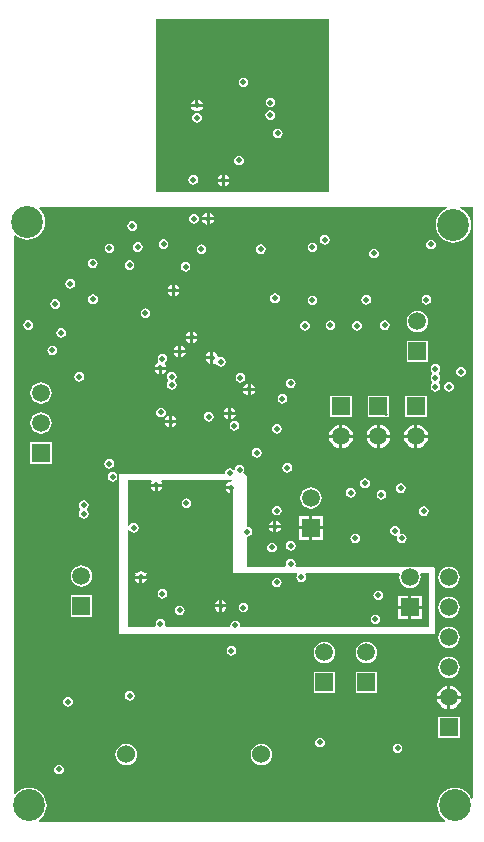
<source format=gbr>
%TF.GenerationSoftware,Altium Limited,Altium Designer,19.1.5 (86)*%
G04 Layer_Physical_Order=2*
G04 Layer_Color=36540*
%FSLAX26Y26*%
%MOIN*%
%TF.FileFunction,Copper,L2,Inr,Signal*%
%TF.Part,Single*%
G01*
G75*
%TA.AperFunction,Conductor*%
%ADD32C,0.010000*%
%TA.AperFunction,ComponentPad*%
%ADD35R,0.059055X0.059055*%
%ADD36C,0.059055*%
%ADD37C,0.060000*%
%TA.AperFunction,ViaPad*%
%ADD38C,0.020000*%
%ADD39C,0.106299*%
G36*
X2800000Y2175000D02*
X2225000D01*
Y2750000D01*
X2800000D01*
Y2175000D01*
D02*
G37*
G36*
X3280000Y153195D02*
X3275000Y152453D01*
X3274912Y152745D01*
X3269419Y163021D01*
X3262028Y172028D01*
X3253021Y179419D01*
X3242745Y184911D01*
X3231595Y188294D01*
X3220000Y189436D01*
X3208405Y188294D01*
X3197255Y184911D01*
X3186979Y179419D01*
X3177972Y172028D01*
X3170581Y163021D01*
X3165088Y152745D01*
X3161706Y141595D01*
X3160564Y130000D01*
X3161706Y118405D01*
X3165088Y107255D01*
X3170581Y96979D01*
X3177972Y87972D01*
X3186979Y80581D01*
X3188066Y80000D01*
X3186814Y75000D01*
X2479345D01*
X2478855Y75141D01*
X2475000Y80000D01*
Y628686D01*
X2481243Y629928D01*
X2486535Y633465D01*
X2490072Y638757D01*
X2491314Y645000D01*
X2490072Y651243D01*
X2486535Y656535D01*
X2481243Y660072D01*
X2475000Y661314D01*
X2475000Y698616D01*
X2475192Y700000D01*
X2479537Y700000D01*
X3155000D01*
Y921243D01*
X3150000Y926243D01*
X2691422D01*
X2688041Y931243D01*
X2688788Y935000D01*
X2687546Y941243D01*
X2684010Y946535D01*
X2678717Y950072D01*
X2672474Y951313D01*
X2666231Y950072D01*
X2660939Y946535D01*
X2657403Y941243D01*
X2656161Y935000D01*
X2656908Y931243D01*
X2653527Y926243D01*
X2526535D01*
Y1024912D01*
X2527345Y1025576D01*
X2533587Y1026818D01*
X2538880Y1030354D01*
X2542416Y1035647D01*
X2543658Y1041890D01*
X2542416Y1048133D01*
X2538880Y1053425D01*
X2533587Y1056961D01*
X2527345Y1058203D01*
X2526535Y1058867D01*
Y1228465D01*
X2515034Y1239966D01*
X2517113Y1243079D01*
X2518355Y1249322D01*
X2517113Y1255565D01*
X2513577Y1260858D01*
X2508285Y1264394D01*
X2502042Y1265636D01*
X2495799Y1264394D01*
X2490506Y1260858D01*
X2486970Y1255565D01*
X2485882Y1250096D01*
X2483369Y1248935D01*
X2480860Y1248524D01*
X2475674Y1251988D01*
X2469431Y1253230D01*
X2463189Y1251988D01*
X2457896Y1248452D01*
X2454360Y1243160D01*
X2453118Y1236917D01*
X2451545Y1235000D01*
X2100000D01*
Y700000D01*
X2474537D01*
X2474537Y695343D01*
X2474537Y661222D01*
X2468757Y660072D01*
X2463465Y656535D01*
X2459928Y651243D01*
X2458686Y645000D01*
X2459928Y638757D01*
X2463465Y633465D01*
X2468757Y629928D01*
X2474537Y628778D01*
Y81331D01*
X2474537Y77203D01*
X2471171Y75086D01*
X2470173Y75000D01*
X1833187D01*
X1831934Y80000D01*
X1833021Y80581D01*
X1842027Y87972D01*
X1849419Y96979D01*
X1854911Y107255D01*
X1858294Y118405D01*
X1859436Y130000D01*
X1858294Y141595D01*
X1854911Y152745D01*
X1849419Y163021D01*
X1842027Y172028D01*
X1833021Y179419D01*
X1822745Y184911D01*
X1811595Y188294D01*
X1800000Y189436D01*
X1788405Y188294D01*
X1777255Y184911D01*
X1766979Y179419D01*
X1757973Y172028D01*
X1755000Y168405D01*
X1750000Y170195D01*
Y2028944D01*
X1755000Y2031309D01*
X1761979Y2025581D01*
X1772255Y2020089D01*
X1783405Y2016706D01*
X1795000Y2015564D01*
X1806595Y2016706D01*
X1817745Y2020089D01*
X1828021Y2025581D01*
X1837027Y2032973D01*
X1844419Y2041979D01*
X1849911Y2052255D01*
X1853294Y2063405D01*
X1854436Y2075000D01*
X1853294Y2086595D01*
X1849911Y2097745D01*
X1844419Y2108021D01*
X1837027Y2117028D01*
X1833406Y2120000D01*
X1835195Y2125000D01*
X3191805D01*
X3192547Y2120000D01*
X3192255Y2119912D01*
X3181979Y2114419D01*
X3172972Y2107028D01*
X3165581Y2098021D01*
X3160088Y2087745D01*
X3156706Y2076595D01*
X3155564Y2065000D01*
X3156706Y2053405D01*
X3160088Y2042255D01*
X3165581Y2031979D01*
X3172972Y2022973D01*
X3181979Y2015581D01*
X3192255Y2010089D01*
X3203405Y2006706D01*
X3215000Y2005564D01*
X3226595Y2006706D01*
X3237745Y2010089D01*
X3248021Y2015581D01*
X3257028Y2022973D01*
X3264419Y2031979D01*
X3269912Y2042255D01*
X3273294Y2053405D01*
X3274436Y2065000D01*
X3273294Y2076595D01*
X3269912Y2087745D01*
X3264419Y2098021D01*
X3257028Y2107028D01*
X3248021Y2114419D01*
X3237745Y2119912D01*
X3237453Y2120000D01*
X3238195Y2125000D01*
X3280000D01*
Y153195D01*
D02*
G37*
G36*
X2475444Y1214464D02*
X2475297Y1213669D01*
X2472060Y1209081D01*
X2466733Y1208021D01*
X2460118Y1203601D01*
X2455698Y1196985D01*
X2455140Y1194182D01*
X2474537D01*
Y1189182D01*
X2479537D01*
Y1166315D01*
X2480000Y1165936D01*
X2480000Y905000D01*
X2186386Y905000D01*
X2180640Y908840D01*
X2172836Y910392D01*
X2165032Y908840D01*
X2159286Y905000D01*
X2130000D01*
Y1046816D01*
X2135000Y1047745D01*
X2137860Y1043465D01*
X2143153Y1039928D01*
X2149396Y1038687D01*
X2155638Y1039928D01*
X2160931Y1043465D01*
X2164467Y1048757D01*
X2165709Y1055000D01*
X2164467Y1061243D01*
X2160931Y1066535D01*
X2155638Y1070072D01*
X2149396Y1071313D01*
X2143153Y1070072D01*
X2137860Y1066535D01*
X2135000Y1062255D01*
X2130000Y1063184D01*
Y1215000D01*
X2207749D01*
X2209691Y1210000D01*
X2206167Y1204725D01*
X2205609Y1201922D01*
X2244403D01*
X2243846Y1204725D01*
X2240321Y1210000D01*
X2242264Y1215000D01*
X2475253D01*
X2475444Y1214464D01*
D02*
G37*
G36*
X3135000Y725000D02*
X2506369Y725000D01*
X2503197Y728865D01*
X2503423Y730000D01*
X2502181Y736243D01*
X2498644Y741535D01*
X2493352Y745072D01*
X2487109Y746313D01*
X2480866Y745072D01*
X2475574Y741535D01*
X2472037Y736243D01*
X2470796Y730000D01*
X2471021Y728865D01*
X2467849Y725000D01*
X2255987D01*
X2253321Y730000D01*
X2254371Y735281D01*
X2253130Y741524D01*
X2249593Y746817D01*
X2244301Y750353D01*
X2238058Y751595D01*
X2231815Y750353D01*
X2226523Y746817D01*
X2222986Y741524D01*
X2221744Y735281D01*
X2222795Y730000D01*
X2220129Y725000D01*
X2130000D01*
Y905000D01*
X2152791D01*
X2155464Y900000D01*
X2153996Y897804D01*
X2153439Y895000D01*
X2192233D01*
X2191675Y897804D01*
X2190208Y900000D01*
X2192881Y905000D01*
X2692579Y905000D01*
X2694683Y900000D01*
X2692173Y896243D01*
X2690931Y890000D01*
X2692173Y883757D01*
X2695709Y878465D01*
X2701001Y874928D01*
X2707244Y873687D01*
X2713487Y874928D01*
X2718780Y878465D01*
X2722316Y883757D01*
X2723558Y890000D01*
X2722316Y896243D01*
X2719806Y900000D01*
X2721909Y905000D01*
X3033259D01*
X3036036Y900843D01*
X3035387Y899274D01*
X3034166Y890000D01*
X3035387Y880726D01*
X3038967Y872083D01*
X3044662Y864662D01*
X3052083Y858967D01*
X3060726Y855387D01*
X3070000Y854166D01*
X3079274Y855387D01*
X3087917Y858967D01*
X3095338Y864662D01*
X3101033Y872083D01*
X3104613Y880726D01*
X3105834Y890000D01*
X3104613Y899274D01*
X3103964Y900843D01*
X3106741Y905000D01*
X3135000D01*
Y725000D01*
D02*
G37*
%LPC*%
G36*
X2515000Y2556314D02*
X2508757Y2555072D01*
X2503465Y2551535D01*
X2499928Y2546243D01*
X2498686Y2540000D01*
X2499928Y2533757D01*
X2503465Y2528465D01*
X2508757Y2524928D01*
X2515000Y2523686D01*
X2521243Y2524928D01*
X2526535Y2528465D01*
X2530072Y2533757D01*
X2531314Y2540000D01*
X2530072Y2546243D01*
X2526535Y2551535D01*
X2521243Y2555072D01*
X2515000Y2556314D01*
D02*
G37*
G36*
X2365000Y2482872D02*
Y2468474D01*
X2379397D01*
X2378840Y2471278D01*
X2374419Y2477894D01*
X2367804Y2482314D01*
X2365000Y2482872D01*
D02*
G37*
G36*
X2355000D02*
X2352196Y2482314D01*
X2345581Y2477894D01*
X2341160Y2471278D01*
X2340603Y2468474D01*
X2355000D01*
Y2482872D01*
D02*
G37*
G36*
X2605000Y2489094D02*
X2598757Y2487852D01*
X2593465Y2484316D01*
X2589928Y2479023D01*
X2588686Y2472780D01*
X2589928Y2466537D01*
X2593465Y2461245D01*
X2598757Y2457708D01*
X2605000Y2456467D01*
X2611243Y2457708D01*
X2616535Y2461245D01*
X2620072Y2466537D01*
X2621314Y2472780D01*
X2620072Y2479023D01*
X2616535Y2484316D01*
X2611243Y2487852D01*
X2605000Y2489094D01*
D02*
G37*
G36*
X2603974Y2447672D02*
X2597731Y2446430D01*
X2592439Y2442894D01*
X2588902Y2437601D01*
X2587661Y2431358D01*
X2588902Y2425115D01*
X2592439Y2419823D01*
X2597731Y2416287D01*
X2603974Y2415045D01*
X2610217Y2416287D01*
X2615510Y2419823D01*
X2619046Y2425115D01*
X2620288Y2431358D01*
X2619046Y2437601D01*
X2615510Y2442894D01*
X2610217Y2446430D01*
X2603974Y2447672D01*
D02*
G37*
G36*
X2379397Y2458474D02*
X2340603D01*
X2341160Y2455671D01*
X2345581Y2449055D01*
X2352196Y2444635D01*
X2356500Y2443779D01*
X2358680Y2443345D01*
Y2438247D01*
X2356500Y2437814D01*
X2353757Y2437268D01*
X2348465Y2433732D01*
X2344928Y2428439D01*
X2343686Y2422196D01*
X2344928Y2415954D01*
X2348465Y2410661D01*
X2353757Y2407125D01*
X2360000Y2405883D01*
X2366243Y2407125D01*
X2371535Y2410661D01*
X2375072Y2415954D01*
X2376314Y2422196D01*
X2375072Y2428439D01*
X2371535Y2433732D01*
X2366243Y2437268D01*
X2361320Y2438247D01*
Y2443345D01*
X2363500Y2443779D01*
X2367804Y2444635D01*
X2374419Y2449055D01*
X2378840Y2455671D01*
X2379397Y2458474D01*
D02*
G37*
G36*
X2628975Y2386314D02*
X2622732Y2385072D01*
X2617439Y2381535D01*
X2613903Y2376243D01*
X2612661Y2370000D01*
X2613903Y2363757D01*
X2617439Y2358465D01*
X2622732Y2354928D01*
X2628975Y2353686D01*
X2635218Y2354928D01*
X2640510Y2358465D01*
X2644047Y2363757D01*
X2645288Y2370000D01*
X2644047Y2376243D01*
X2640510Y2381535D01*
X2635218Y2385072D01*
X2628975Y2386314D01*
D02*
G37*
G36*
X2500000Y2296314D02*
X2493757Y2295072D01*
X2488465Y2291535D01*
X2484928Y2286243D01*
X2483686Y2280000D01*
X2484928Y2273757D01*
X2488465Y2268465D01*
X2493757Y2264928D01*
X2500000Y2263686D01*
X2506243Y2264928D01*
X2511535Y2268465D01*
X2515072Y2273757D01*
X2516314Y2280000D01*
X2515072Y2286243D01*
X2511535Y2291535D01*
X2506243Y2295072D01*
X2500000Y2296314D01*
D02*
G37*
G36*
X2453228Y2233586D02*
Y2219188D01*
X2467626D01*
X2467068Y2221992D01*
X2462648Y2228607D01*
X2456032Y2233028D01*
X2453228Y2233586D01*
D02*
G37*
G36*
X2443228D02*
X2440425Y2233028D01*
X2433809Y2228607D01*
X2429389Y2221992D01*
X2428831Y2219188D01*
X2443228D01*
Y2233586D01*
D02*
G37*
G36*
X2347196Y2231314D02*
X2340954Y2230072D01*
X2335661Y2226535D01*
X2332125Y2221243D01*
X2330883Y2215000D01*
X2332125Y2208757D01*
X2335661Y2203465D01*
X2340954Y2199928D01*
X2347196Y2198686D01*
X2353439Y2199928D01*
X2358732Y2203465D01*
X2362268Y2208757D01*
X2363510Y2215000D01*
X2362268Y2221243D01*
X2358732Y2226535D01*
X2353439Y2230072D01*
X2347196Y2231314D01*
D02*
G37*
G36*
X2467626Y2209188D02*
X2453228D01*
Y2194791D01*
X2456032Y2195349D01*
X2462648Y2199769D01*
X2467068Y2206385D01*
X2467626Y2209188D01*
D02*
G37*
G36*
X2443228D02*
X2428831D01*
X2429389Y2206385D01*
X2433809Y2199769D01*
X2440425Y2195349D01*
X2443228Y2194791D01*
Y2209188D01*
D02*
G37*
G36*
X2401872Y2104759D02*
Y2090362D01*
X2416270D01*
X2415712Y2093165D01*
X2411292Y2099781D01*
X2404676Y2104201D01*
X2401872Y2104759D01*
D02*
G37*
G36*
X2391872D02*
X2389069Y2104201D01*
X2382453Y2099781D01*
X2378033Y2093165D01*
X2377475Y2090362D01*
X2391872D01*
Y2104759D01*
D02*
G37*
G36*
X2350000Y2101675D02*
X2343757Y2100434D01*
X2338465Y2096897D01*
X2334928Y2091605D01*
X2333686Y2085362D01*
X2334928Y2079119D01*
X2338465Y2073826D01*
X2343757Y2070290D01*
X2350000Y2069048D01*
X2356243Y2070290D01*
X2361535Y2073826D01*
X2365072Y2079119D01*
X2366314Y2085362D01*
X2365072Y2091605D01*
X2361535Y2096897D01*
X2356243Y2100434D01*
X2350000Y2101675D01*
D02*
G37*
G36*
X2416270Y2080362D02*
X2401872D01*
Y2065965D01*
X2404676Y2066522D01*
X2411292Y2070943D01*
X2415712Y2077558D01*
X2416270Y2080362D01*
D02*
G37*
G36*
X2391872D02*
X2377475D01*
X2378033Y2077558D01*
X2382453Y2070943D01*
X2389069Y2066522D01*
X2391872Y2065965D01*
Y2080362D01*
D02*
G37*
G36*
X2143900Y2077754D02*
X2137657Y2076512D01*
X2132365Y2072976D01*
X2128829Y2067684D01*
X2127587Y2061441D01*
X2128829Y2055198D01*
X2132365Y2049905D01*
X2137657Y2046369D01*
X2143900Y2045127D01*
X2150143Y2046369D01*
X2155436Y2049905D01*
X2158972Y2055198D01*
X2160214Y2061441D01*
X2158972Y2067684D01*
X2155436Y2072976D01*
X2150143Y2076512D01*
X2143900Y2077754D01*
D02*
G37*
G36*
X2786099Y2031313D02*
X2779856Y2030072D01*
X2774563Y2026535D01*
X2771027Y2021243D01*
X2769785Y2015000D01*
X2771027Y2008757D01*
X2774563Y2003465D01*
X2779856Y1999928D01*
X2786099Y1998687D01*
X2792342Y1999928D01*
X2797634Y2003465D01*
X2801171Y2008757D01*
X2802412Y2015000D01*
X2801171Y2021243D01*
X2797634Y2026535D01*
X2792342Y2030072D01*
X2786099Y2031313D01*
D02*
G37*
G36*
X2248499Y2017754D02*
X2242257Y2016512D01*
X2236964Y2012976D01*
X2233428Y2007684D01*
X2232186Y2001441D01*
X2233428Y1995198D01*
X2236964Y1989905D01*
X2242257Y1986369D01*
X2248499Y1985127D01*
X2254742Y1986369D01*
X2260035Y1989905D01*
X2263571Y1995198D01*
X2264813Y2001441D01*
X2263571Y2007684D01*
X2260035Y2012976D01*
X2254742Y2016512D01*
X2248499Y2017754D01*
D02*
G37*
G36*
X3140000Y2016313D02*
X3133757Y2015072D01*
X3128465Y2011535D01*
X3124928Y2006243D01*
X3123686Y2000000D01*
X3124928Y1993757D01*
X3128465Y1988465D01*
X3133757Y1984928D01*
X3140000Y1983687D01*
X3146243Y1984928D01*
X3151535Y1988465D01*
X3155072Y1993757D01*
X3156314Y2000000D01*
X3155072Y2006243D01*
X3151535Y2011535D01*
X3146243Y2015072D01*
X3140000Y2016313D01*
D02*
G37*
G36*
X2163094Y2007754D02*
X2156852Y2006512D01*
X2151559Y2002976D01*
X2148023Y1997684D01*
X2146781Y1991441D01*
X2148023Y1985198D01*
X2151559Y1979905D01*
X2156852Y1976369D01*
X2163094Y1975127D01*
X2169337Y1976369D01*
X2174630Y1979905D01*
X2178166Y1985198D01*
X2179408Y1991441D01*
X2178166Y1997684D01*
X2174630Y2002976D01*
X2169337Y2006512D01*
X2163094Y2007754D01*
D02*
G37*
G36*
X2745000Y2006313D02*
X2738757Y2005072D01*
X2733465Y2001535D01*
X2729928Y1996243D01*
X2728686Y1990000D01*
X2729928Y1983757D01*
X2733465Y1978465D01*
X2738757Y1974928D01*
X2745000Y1973687D01*
X2751243Y1974928D01*
X2756535Y1978465D01*
X2760072Y1983757D01*
X2761314Y1990000D01*
X2760072Y1996243D01*
X2756535Y2001535D01*
X2751243Y2005072D01*
X2745000Y2006313D01*
D02*
G37*
G36*
X2068349Y2002754D02*
X2062106Y2001512D01*
X2056814Y1997976D01*
X2053277Y1992684D01*
X2052036Y1986441D01*
X2053277Y1980198D01*
X2056814Y1974905D01*
X2062106Y1971369D01*
X2068349Y1970127D01*
X2074592Y1971369D01*
X2079885Y1974905D01*
X2083421Y1980198D01*
X2084663Y1986441D01*
X2083421Y1992684D01*
X2079885Y1997976D01*
X2074592Y2001512D01*
X2068349Y2002754D01*
D02*
G37*
G36*
X2572417Y2000212D02*
X2566175Y1998970D01*
X2560882Y1995434D01*
X2557346Y1990142D01*
X2556104Y1983899D01*
X2557346Y1977656D01*
X2560882Y1972363D01*
X2566175Y1968827D01*
X2572417Y1967585D01*
X2578660Y1968827D01*
X2583953Y1972363D01*
X2587489Y1977656D01*
X2588731Y1983899D01*
X2587489Y1990142D01*
X2583953Y1995434D01*
X2578660Y1998970D01*
X2572417Y2000212D01*
D02*
G37*
G36*
X2375000D02*
X2368757Y1998970D01*
X2363465Y1995434D01*
X2359928Y1990142D01*
X2358686Y1983899D01*
X2359928Y1977656D01*
X2363465Y1972363D01*
X2368757Y1968827D01*
X2375000Y1967585D01*
X2381243Y1968827D01*
X2386535Y1972363D01*
X2390072Y1977656D01*
X2391314Y1983899D01*
X2390072Y1990142D01*
X2386535Y1995434D01*
X2381243Y1998970D01*
X2375000Y2000212D01*
D02*
G37*
G36*
X2950000Y1986313D02*
X2943757Y1985072D01*
X2938465Y1981535D01*
X2934928Y1976243D01*
X2933686Y1970000D01*
X2934928Y1963757D01*
X2938465Y1958465D01*
X2943757Y1954928D01*
X2950000Y1953687D01*
X2956243Y1954928D01*
X2961535Y1958465D01*
X2965072Y1963757D01*
X2966314Y1970000D01*
X2965072Y1976243D01*
X2961535Y1981535D01*
X2956243Y1985072D01*
X2950000Y1986313D01*
D02*
G37*
G36*
X2012908Y1952754D02*
X2006666Y1951512D01*
X2001373Y1947976D01*
X1997837Y1942684D01*
X1996595Y1936441D01*
X1997837Y1930198D01*
X2001373Y1924905D01*
X2006666Y1921369D01*
X2012908Y1920127D01*
X2019151Y1921369D01*
X2024444Y1924905D01*
X2027980Y1930198D01*
X2029222Y1936441D01*
X2027980Y1942684D01*
X2024444Y1947976D01*
X2019151Y1951512D01*
X2012908Y1952754D01*
D02*
G37*
G36*
X2135256Y1947754D02*
X2129013Y1946512D01*
X2123720Y1942976D01*
X2120184Y1937684D01*
X2118942Y1931441D01*
X2120184Y1925198D01*
X2123720Y1919905D01*
X2129013Y1916369D01*
X2135256Y1915127D01*
X2141498Y1916369D01*
X2146791Y1919905D01*
X2150327Y1925198D01*
X2151569Y1931441D01*
X2150327Y1937684D01*
X2146791Y1942976D01*
X2141498Y1946512D01*
X2135256Y1947754D01*
D02*
G37*
G36*
X2321941Y1941767D02*
X2315698Y1940526D01*
X2310405Y1936989D01*
X2306869Y1931697D01*
X2305627Y1925454D01*
X2306869Y1919211D01*
X2310405Y1913918D01*
X2315698Y1910382D01*
X2321941Y1909140D01*
X2328184Y1910382D01*
X2333476Y1913918D01*
X2337012Y1919211D01*
X2338254Y1925454D01*
X2337012Y1931697D01*
X2333476Y1936989D01*
X2328184Y1940526D01*
X2321941Y1941767D01*
D02*
G37*
G36*
X1936941Y1885156D02*
X1930698Y1883914D01*
X1925405Y1880378D01*
X1921869Y1875085D01*
X1920627Y1868842D01*
X1921869Y1862600D01*
X1925405Y1857307D01*
X1930698Y1853771D01*
X1936941Y1852529D01*
X1943184Y1853771D01*
X1948476Y1857307D01*
X1952012Y1862600D01*
X1953254Y1868842D01*
X1952012Y1875085D01*
X1948476Y1880378D01*
X1943184Y1883914D01*
X1936941Y1885156D01*
D02*
G37*
G36*
X2286849Y1866825D02*
Y1852427D01*
X2301246D01*
X2300688Y1855231D01*
X2296268Y1861847D01*
X2289652Y1866267D01*
X2286849Y1866825D01*
D02*
G37*
G36*
X2276849D02*
X2274045Y1866267D01*
X2267430Y1861847D01*
X2263009Y1855231D01*
X2262452Y1852427D01*
X2276849D01*
Y1866825D01*
D02*
G37*
G36*
X2301246Y1842427D02*
X2286849D01*
Y1828030D01*
X2289652Y1828588D01*
X2296268Y1833008D01*
X2300688Y1839624D01*
X2301246Y1842427D01*
D02*
G37*
G36*
X2276849D02*
X2262452D01*
X2263009Y1839624D01*
X2267430Y1833008D01*
X2274045Y1828588D01*
X2276849Y1828030D01*
Y1842427D01*
D02*
G37*
G36*
X2620000Y1837300D02*
X2613757Y1836059D01*
X2608465Y1832522D01*
X2604928Y1827230D01*
X2603686Y1820987D01*
X2604928Y1814744D01*
X2608465Y1809451D01*
X2613757Y1805915D01*
X2620000Y1804673D01*
X2626243Y1805915D01*
X2631535Y1809451D01*
X2635072Y1814744D01*
X2636314Y1820987D01*
X2635072Y1827230D01*
X2631535Y1832522D01*
X2626243Y1836059D01*
X2620000Y1837300D01*
D02*
G37*
G36*
X2013397Y1833578D02*
X2007154Y1832336D01*
X2001862Y1828800D01*
X1998326Y1823508D01*
X1997084Y1817265D01*
X1998326Y1811022D01*
X2001862Y1805729D01*
X2007154Y1802193D01*
X2013397Y1800951D01*
X2019640Y1802193D01*
X2024933Y1805729D01*
X2028469Y1811022D01*
X2029711Y1817265D01*
X2028469Y1823508D01*
X2024933Y1828800D01*
X2019640Y1832336D01*
X2013397Y1833578D01*
D02*
G37*
G36*
X3125000Y1832140D02*
X3118757Y1830898D01*
X3113465Y1827362D01*
X3109928Y1822070D01*
X3108686Y1815827D01*
X3109928Y1809584D01*
X3113465Y1804291D01*
X3118757Y1800755D01*
X3125000Y1799513D01*
X3131243Y1800755D01*
X3136535Y1804291D01*
X3140072Y1809584D01*
X3141314Y1815827D01*
X3140072Y1822070D01*
X3136535Y1827362D01*
X3131243Y1830898D01*
X3125000Y1832140D01*
D02*
G37*
G36*
X2924472D02*
X2918229Y1830898D01*
X2912937Y1827362D01*
X2909401Y1822070D01*
X2908159Y1815827D01*
X2909401Y1809584D01*
X2912937Y1804291D01*
X2918229Y1800755D01*
X2924472Y1799513D01*
X2930715Y1800755D01*
X2936008Y1804291D01*
X2939544Y1809584D01*
X2940786Y1815827D01*
X2939544Y1822070D01*
X2936008Y1827362D01*
X2930715Y1830898D01*
X2924472Y1832140D01*
D02*
G37*
G36*
X2745000Y1829518D02*
X2738757Y1828276D01*
X2733465Y1824740D01*
X2729928Y1819448D01*
X2728686Y1813205D01*
X2729928Y1806962D01*
X2733465Y1801669D01*
X2738757Y1798133D01*
X2745000Y1796891D01*
X2751243Y1798133D01*
X2756535Y1801669D01*
X2760072Y1806962D01*
X2761314Y1813205D01*
X2760072Y1819448D01*
X2756535Y1824740D01*
X2751243Y1828276D01*
X2745000Y1829518D01*
D02*
G37*
G36*
X1886941Y1817754D02*
X1880698Y1816512D01*
X1875405Y1812976D01*
X1871869Y1807684D01*
X1870627Y1801441D01*
X1871869Y1795198D01*
X1875405Y1789905D01*
X1880698Y1786369D01*
X1886941Y1785127D01*
X1893184Y1786369D01*
X1898476Y1789905D01*
X1902012Y1795198D01*
X1903254Y1801441D01*
X1902012Y1807684D01*
X1898476Y1812976D01*
X1893184Y1816512D01*
X1886941Y1817754D01*
D02*
G37*
G36*
X2188120Y1786870D02*
X2181878Y1785628D01*
X2176585Y1782092D01*
X2173049Y1776799D01*
X2171807Y1770556D01*
X2173049Y1764313D01*
X2176585Y1759021D01*
X2181878Y1755485D01*
X2188120Y1754243D01*
X2194363Y1755485D01*
X2199656Y1759021D01*
X2203192Y1764313D01*
X2204434Y1770556D01*
X2203192Y1776799D01*
X2199656Y1782092D01*
X2194363Y1785628D01*
X2188120Y1786870D01*
D02*
G37*
G36*
X1796941Y1747754D02*
X1790698Y1746512D01*
X1785405Y1742976D01*
X1781869Y1737684D01*
X1780627Y1731441D01*
X1781869Y1725198D01*
X1785405Y1719905D01*
X1790698Y1716369D01*
X1796941Y1715127D01*
X1803184Y1716369D01*
X1808476Y1719905D01*
X1812012Y1725198D01*
X1813254Y1731441D01*
X1812012Y1737684D01*
X1808476Y1742976D01*
X1803184Y1746512D01*
X1796941Y1747754D01*
D02*
G37*
G36*
X2986486Y1747349D02*
X2980243Y1746108D01*
X2974950Y1742571D01*
X2971414Y1737279D01*
X2970172Y1731036D01*
X2971414Y1724793D01*
X2974950Y1719501D01*
X2980243Y1715964D01*
X2986486Y1714722D01*
X2992729Y1715964D01*
X2998021Y1719501D01*
X3001557Y1724793D01*
X3002799Y1731036D01*
X3001557Y1737279D01*
X2998021Y1742571D01*
X2992729Y1746108D01*
X2986486Y1747349D01*
D02*
G37*
G36*
X2805000Y1746853D02*
X2798757Y1745612D01*
X2793465Y1742075D01*
X2789928Y1736783D01*
X2788686Y1730540D01*
X2789928Y1724297D01*
X2793465Y1719005D01*
X2798757Y1715468D01*
X2805000Y1714226D01*
X2811243Y1715468D01*
X2816535Y1719005D01*
X2820072Y1724297D01*
X2821314Y1730540D01*
X2820072Y1736783D01*
X2816535Y1742075D01*
X2811243Y1745612D01*
X2805000Y1746853D01*
D02*
G37*
G36*
X2893347Y1745672D02*
X2887104Y1744431D01*
X2881811Y1740894D01*
X2878275Y1735602D01*
X2877033Y1729359D01*
X2878275Y1723116D01*
X2881811Y1717824D01*
X2887104Y1714287D01*
X2893347Y1713045D01*
X2899589Y1714287D01*
X2904882Y1717824D01*
X2908418Y1723116D01*
X2909660Y1729359D01*
X2908418Y1735602D01*
X2904882Y1740894D01*
X2899589Y1744431D01*
X2893347Y1745672D01*
D02*
G37*
G36*
X2720000Y1744755D02*
X2713757Y1743513D01*
X2708465Y1739976D01*
X2704928Y1734684D01*
X2703686Y1728441D01*
X2704928Y1722198D01*
X2708465Y1716906D01*
X2713757Y1713369D01*
X2720000Y1712128D01*
X2726243Y1713369D01*
X2731535Y1716906D01*
X2735072Y1722198D01*
X2736314Y1728441D01*
X2735072Y1734684D01*
X2731535Y1739976D01*
X2726243Y1743513D01*
X2720000Y1744755D01*
D02*
G37*
G36*
X3095000Y1779076D02*
X3085726Y1777855D01*
X3077083Y1774275D01*
X3069662Y1768580D01*
X3063967Y1761159D01*
X3060387Y1752516D01*
X3059166Y1743242D01*
X3060387Y1733967D01*
X3063967Y1725325D01*
X3069662Y1717903D01*
X3077083Y1712208D01*
X3085726Y1708629D01*
X3095000Y1707408D01*
X3104274Y1708629D01*
X3112917Y1712208D01*
X3120338Y1717903D01*
X3126033Y1725325D01*
X3129613Y1733967D01*
X3130834Y1743242D01*
X3129613Y1752516D01*
X3126033Y1761159D01*
X3120338Y1768580D01*
X3112917Y1774275D01*
X3104274Y1777855D01*
X3095000Y1779076D01*
D02*
G37*
G36*
X2347196Y1709397D02*
Y1695000D01*
X2361594D01*
X2361036Y1697804D01*
X2356616Y1704419D01*
X2350000Y1708840D01*
X2347196Y1709397D01*
D02*
G37*
G36*
X2337196D02*
X2334393Y1708840D01*
X2327777Y1704419D01*
X2323357Y1697804D01*
X2322799Y1695000D01*
X2337196D01*
Y1709397D01*
D02*
G37*
G36*
X1906905Y1721177D02*
X1900662Y1719935D01*
X1895370Y1716399D01*
X1891834Y1711107D01*
X1890592Y1704864D01*
X1891834Y1698621D01*
X1895370Y1693328D01*
X1900662Y1689792D01*
X1906905Y1688550D01*
X1913148Y1689792D01*
X1918441Y1693328D01*
X1921977Y1698621D01*
X1923219Y1704864D01*
X1921977Y1711107D01*
X1918441Y1716399D01*
X1913148Y1719935D01*
X1906905Y1721177D01*
D02*
G37*
G36*
X2361594Y1685000D02*
X2347196D01*
Y1670603D01*
X2350000Y1671160D01*
X2356616Y1675581D01*
X2361036Y1682196D01*
X2361594Y1685000D01*
D02*
G37*
G36*
X2337196D02*
X2322799D01*
X2323357Y1682196D01*
X2327777Y1675581D01*
X2334393Y1671160D01*
X2337196Y1670603D01*
Y1685000D01*
D02*
G37*
G36*
X2307509Y1662126D02*
Y1647729D01*
X2321907D01*
X2321349Y1650533D01*
X2316928Y1657148D01*
X2310313Y1661569D01*
X2307509Y1662126D01*
D02*
G37*
G36*
X2297509D02*
X2294706Y1661569D01*
X2288090Y1657148D01*
X2283670Y1650533D01*
X2283112Y1647729D01*
X2297509D01*
Y1662126D01*
D02*
G37*
G36*
X1876941Y1662754D02*
X1870698Y1661512D01*
X1865405Y1657976D01*
X1861869Y1652684D01*
X1860627Y1646441D01*
X1861869Y1640198D01*
X1865405Y1634905D01*
X1870698Y1631369D01*
X1876941Y1630127D01*
X1883184Y1631369D01*
X1888476Y1634905D01*
X1892012Y1640198D01*
X1893254Y1646441D01*
X1892012Y1652684D01*
X1888476Y1657976D01*
X1883184Y1661512D01*
X1876941Y1662754D01*
D02*
G37*
G36*
X2403408Y1641425D02*
X2400604Y1640867D01*
X2393989Y1636447D01*
X2389568Y1629831D01*
X2389010Y1627028D01*
X2403408D01*
Y1641425D01*
D02*
G37*
G36*
X2321907Y1637729D02*
X2307509D01*
Y1623332D01*
X2310313Y1623889D01*
X2316928Y1628310D01*
X2321349Y1634925D01*
X2321907Y1637729D01*
D02*
G37*
G36*
X2297509D02*
X2283112D01*
X2283670Y1634925D01*
X2288090Y1628310D01*
X2294706Y1623889D01*
X2297509Y1623332D01*
Y1637729D01*
D02*
G37*
G36*
X3130528Y1678769D02*
X3059472D01*
Y1607714D01*
X3130528D01*
Y1678769D01*
D02*
G37*
G36*
X2403408Y1617028D02*
X2389010D01*
X2389568Y1614224D01*
X2393989Y1607608D01*
X2400604Y1603188D01*
X2403408Y1602630D01*
Y1617028D01*
D02*
G37*
G36*
X2413408Y1641425D02*
Y1622028D01*
Y1602630D01*
X2416211Y1603188D01*
X2418402Y1604652D01*
X2423555Y1602997D01*
X2424137Y1602470D01*
X2427384Y1597610D01*
X2432677Y1594074D01*
X2438920Y1592832D01*
X2445162Y1594074D01*
X2450455Y1597610D01*
X2453991Y1602903D01*
X2455233Y1609146D01*
X2453991Y1615389D01*
X2450455Y1620681D01*
X2445162Y1624217D01*
X2438920Y1625459D01*
X2433432Y1624368D01*
X2432009Y1624597D01*
X2427814Y1626982D01*
X2427247Y1629831D01*
X2422827Y1636447D01*
X2416211Y1640867D01*
X2413408Y1641425D01*
D02*
G37*
G36*
X2244918Y1635807D02*
X2238675Y1634565D01*
X2233383Y1631029D01*
X2229847Y1625736D01*
X2228605Y1619493D01*
X2229847Y1613251D01*
X2230926Y1611635D01*
X2230254Y1606403D01*
X2223639Y1601983D01*
X2219218Y1595368D01*
X2218661Y1592564D01*
X2257455D01*
X2256898Y1595368D01*
X2253662Y1600209D01*
X2254097Y1605731D01*
X2254494Y1606649D01*
X2256454Y1607958D01*
X2259990Y1613251D01*
X2261232Y1619493D01*
X2259990Y1625736D01*
X2256454Y1631029D01*
X2251161Y1634565D01*
X2244918Y1635807D01*
D02*
G37*
G36*
X2257455Y1582564D02*
X2243058D01*
Y1568167D01*
X2245861Y1568724D01*
X2252477Y1573145D01*
X2256898Y1579760D01*
X2257455Y1582564D01*
D02*
G37*
G36*
X2233058D02*
X2218661D01*
X2219218Y1579760D01*
X2223639Y1573145D01*
X2230254Y1568724D01*
X2233058Y1568167D01*
Y1582564D01*
D02*
G37*
G36*
X3240000Y1591313D02*
X3233757Y1590072D01*
X3228465Y1586535D01*
X3224928Y1581243D01*
X3223686Y1575000D01*
X3224928Y1568757D01*
X3228465Y1563465D01*
X3233757Y1559928D01*
X3240000Y1558687D01*
X3246243Y1559928D01*
X3251535Y1563465D01*
X3255072Y1568757D01*
X3256314Y1575000D01*
X3255072Y1581243D01*
X3251535Y1586535D01*
X3246243Y1590072D01*
X3240000Y1591313D01*
D02*
G37*
G36*
X1967190Y1574640D02*
X1960947Y1573399D01*
X1955655Y1569862D01*
X1952119Y1564570D01*
X1950877Y1558327D01*
X1952119Y1552084D01*
X1955655Y1546792D01*
X1960947Y1543255D01*
X1967190Y1542013D01*
X1973433Y1543255D01*
X1978726Y1546792D01*
X1982262Y1552084D01*
X1983504Y1558327D01*
X1982262Y1564570D01*
X1978726Y1569862D01*
X1973433Y1573399D01*
X1967190Y1574640D01*
D02*
G37*
G36*
X2505000Y1571313D02*
X2498757Y1570072D01*
X2493465Y1566535D01*
X2489928Y1561243D01*
X2488686Y1555000D01*
X2489928Y1548757D01*
X2493465Y1543465D01*
X2498757Y1539928D01*
X2505000Y1538687D01*
X2511243Y1539928D01*
X2516535Y1543465D01*
X2520072Y1548757D01*
X2521314Y1555000D01*
X2520072Y1561243D01*
X2516535Y1566535D01*
X2511243Y1570072D01*
X2505000Y1571313D01*
D02*
G37*
G36*
X2538425Y1536864D02*
Y1522467D01*
X2552822D01*
X2552265Y1525271D01*
X2547844Y1531886D01*
X2541229Y1536307D01*
X2538425Y1536864D01*
D02*
G37*
G36*
X2528425D02*
X2525621Y1536307D01*
X2519006Y1531886D01*
X2514585Y1525271D01*
X2514028Y1522467D01*
X2528425D01*
Y1536864D01*
D02*
G37*
G36*
X2672474Y1552759D02*
X2666231Y1551517D01*
X2660939Y1547981D01*
X2657403Y1542688D01*
X2656161Y1536446D01*
X2657403Y1530203D01*
X2660939Y1524910D01*
X2666231Y1521374D01*
X2672474Y1520132D01*
X2678717Y1521374D01*
X2684010Y1524910D01*
X2687546Y1530203D01*
X2688788Y1536446D01*
X2687546Y1542688D01*
X2684010Y1547981D01*
X2678717Y1551517D01*
X2672474Y1552759D01*
D02*
G37*
G36*
X2276559Y1576039D02*
X2270316Y1574797D01*
X2265023Y1571260D01*
X2261487Y1565968D01*
X2260245Y1559725D01*
X2261487Y1553482D01*
X2265023Y1548190D01*
Y1543422D01*
X2261487Y1538129D01*
X2260245Y1531886D01*
X2261487Y1525643D01*
X2265023Y1520351D01*
X2270316Y1516815D01*
X2276559Y1515573D01*
X2282802Y1516815D01*
X2288094Y1520351D01*
X2291631Y1525643D01*
X2292872Y1531886D01*
X2291631Y1538129D01*
X2288094Y1543422D01*
Y1548190D01*
X2291631Y1553482D01*
X2292872Y1559725D01*
X2291631Y1565968D01*
X2288094Y1571260D01*
X2282802Y1574797D01*
X2276559Y1576039D01*
D02*
G37*
G36*
X3200000Y1541313D02*
X3193757Y1540072D01*
X3188465Y1536535D01*
X3184928Y1531243D01*
X3183686Y1525000D01*
X3184928Y1518757D01*
X3188465Y1513465D01*
X3193757Y1509928D01*
X3200000Y1508687D01*
X3206243Y1509928D01*
X3211535Y1513465D01*
X3215072Y1518757D01*
X3216314Y1525000D01*
X3215072Y1531243D01*
X3211535Y1536535D01*
X3206243Y1540072D01*
X3200000Y1541313D01*
D02*
G37*
G36*
X3155000Y1601313D02*
X3148757Y1600072D01*
X3143465Y1596535D01*
X3139928Y1591243D01*
X3138686Y1585000D01*
X3139928Y1578757D01*
X3143465Y1573465D01*
X3144908Y1572500D01*
Y1567500D01*
X3143465Y1566535D01*
X3139928Y1561243D01*
X3138686Y1555000D01*
X3139928Y1548757D01*
X3143465Y1543465D01*
X3144908Y1542500D01*
Y1537500D01*
X3143465Y1536535D01*
X3139928Y1531243D01*
X3138686Y1525000D01*
X3139928Y1518757D01*
X3143465Y1513465D01*
X3148757Y1509928D01*
X3155000Y1508687D01*
X3161243Y1509928D01*
X3166535Y1513465D01*
X3170072Y1518757D01*
X3171314Y1525000D01*
X3170072Y1531243D01*
X3166535Y1536535D01*
X3165092Y1537500D01*
Y1542500D01*
X3166535Y1543465D01*
X3170072Y1548757D01*
X3171314Y1555000D01*
X3170072Y1561243D01*
X3166535Y1566535D01*
X3165092Y1567500D01*
Y1572500D01*
X3166535Y1573465D01*
X3170072Y1578757D01*
X3171314Y1585000D01*
X3170072Y1591243D01*
X3166535Y1596535D01*
X3161243Y1600072D01*
X3155000Y1601313D01*
D02*
G37*
G36*
X2552822Y1512467D02*
X2538425D01*
Y1498070D01*
X2541229Y1498628D01*
X2547844Y1503048D01*
X2552265Y1509664D01*
X2552822Y1512467D01*
D02*
G37*
G36*
X2528425D02*
X2514028D01*
X2514585Y1509664D01*
X2519006Y1503048D01*
X2525621Y1498628D01*
X2528425Y1498070D01*
Y1512467D01*
D02*
G37*
G36*
X1840000Y1540834D02*
X1830726Y1539613D01*
X1822083Y1536033D01*
X1814661Y1530339D01*
X1808967Y1522917D01*
X1805387Y1514274D01*
X1804166Y1505000D01*
X1805387Y1495726D01*
X1808967Y1487083D01*
X1814661Y1479661D01*
X1822083Y1473967D01*
X1830726Y1470387D01*
X1840000Y1469166D01*
X1849274Y1470387D01*
X1857917Y1473967D01*
X1865339Y1479661D01*
X1871033Y1487083D01*
X1874613Y1495726D01*
X1875834Y1505000D01*
X1874613Y1514274D01*
X1871033Y1522917D01*
X1865339Y1530339D01*
X1857917Y1536033D01*
X1849274Y1539613D01*
X1840000Y1540834D01*
D02*
G37*
G36*
X2645000Y1501313D02*
X2638757Y1500072D01*
X2633465Y1496535D01*
X2629928Y1491243D01*
X2628686Y1485000D01*
X2629928Y1478757D01*
X2633465Y1473465D01*
X2638757Y1469928D01*
X2645000Y1468687D01*
X2651243Y1469928D01*
X2656535Y1473465D01*
X2660072Y1478757D01*
X2661314Y1485000D01*
X2660072Y1491243D01*
X2656535Y1496535D01*
X2651243Y1500072D01*
X2645000Y1501313D01*
D02*
G37*
G36*
X2474431Y1456631D02*
Y1442234D01*
X2488829D01*
X2488271Y1445038D01*
X2483851Y1451653D01*
X2477235Y1456074D01*
X2474431Y1456631D01*
D02*
G37*
G36*
X2464431D02*
X2461628Y1456074D01*
X2455012Y1451653D01*
X2450592Y1445038D01*
X2450034Y1442234D01*
X2464431D01*
Y1456631D01*
D02*
G37*
G36*
X3125528Y1495527D02*
X3054472D01*
Y1424473D01*
X3125528D01*
Y1495527D01*
D02*
G37*
G36*
X2875528D02*
X2804472D01*
Y1424473D01*
X2875528D01*
Y1495527D01*
D02*
G37*
G36*
X3000528D02*
X2929472D01*
Y1424473D01*
X2988443D01*
X2989528Y1424257D01*
X2990612Y1424473D01*
X3000528D01*
Y1434388D01*
X3000743Y1435472D01*
X3000528Y1436557D01*
Y1495527D01*
D02*
G37*
G36*
X2240000Y1456313D02*
X2233757Y1455072D01*
X2228465Y1451535D01*
X2224928Y1446243D01*
X2223686Y1440000D01*
X2224928Y1433757D01*
X2228465Y1428465D01*
X2233757Y1424928D01*
X2240000Y1423687D01*
X2246243Y1424928D01*
X2251535Y1428465D01*
X2255072Y1433757D01*
X2256314Y1440000D01*
X2255072Y1446243D01*
X2251535Y1451535D01*
X2246243Y1455072D01*
X2240000Y1456313D01*
D02*
G37*
G36*
X2488829Y1432234D02*
X2474431D01*
Y1417837D01*
X2477235Y1418395D01*
X2483851Y1422815D01*
X2488271Y1429430D01*
X2488829Y1432234D01*
D02*
G37*
G36*
X2464431D02*
X2450034D01*
X2450592Y1429430D01*
X2455012Y1422815D01*
X2461628Y1418395D01*
X2464431Y1417837D01*
Y1432234D01*
D02*
G37*
G36*
X2276874Y1428793D02*
Y1414395D01*
X2291272D01*
X2290714Y1417199D01*
X2286294Y1423814D01*
X2279678Y1428235D01*
X2276874Y1428793D01*
D02*
G37*
G36*
X2266874D02*
X2264071Y1428235D01*
X2257455Y1423814D01*
X2253035Y1417199D01*
X2252477Y1414395D01*
X2266874D01*
Y1428793D01*
D02*
G37*
G36*
X2399638Y1442337D02*
X2393396Y1441095D01*
X2388103Y1437559D01*
X2384567Y1432266D01*
X2383325Y1426024D01*
X2384567Y1419781D01*
X2388103Y1414488D01*
X2393396Y1410952D01*
X2399638Y1409710D01*
X2405881Y1410952D01*
X2411174Y1414488D01*
X2414710Y1419781D01*
X2415952Y1426024D01*
X2414710Y1432266D01*
X2411174Y1437559D01*
X2405881Y1441095D01*
X2399638Y1442337D01*
D02*
G37*
G36*
X2291272Y1404395D02*
X2276874D01*
Y1389998D01*
X2279678Y1390556D01*
X2286294Y1394976D01*
X2290714Y1401592D01*
X2291272Y1404395D01*
D02*
G37*
G36*
X2266874D02*
X2252477D01*
X2253035Y1401592D01*
X2257455Y1394976D01*
X2264071Y1390556D01*
X2266874Y1389998D01*
Y1404395D01*
D02*
G37*
G36*
X2485000Y1411313D02*
X2478757Y1410072D01*
X2473465Y1406535D01*
X2469928Y1401243D01*
X2468686Y1395000D01*
X2469928Y1388757D01*
X2473465Y1383465D01*
X2478757Y1379928D01*
X2485000Y1378687D01*
X2491243Y1379928D01*
X2496535Y1383465D01*
X2500072Y1388757D01*
X2501314Y1395000D01*
X2500072Y1401243D01*
X2496535Y1406535D01*
X2491243Y1410072D01*
X2485000Y1411313D01*
D02*
G37*
G36*
X1840000Y1440834D02*
X1830726Y1439613D01*
X1822083Y1436033D01*
X1814661Y1430339D01*
X1808967Y1422917D01*
X1805387Y1414274D01*
X1804166Y1405000D01*
X1805387Y1395726D01*
X1808967Y1387083D01*
X1814661Y1379661D01*
X1822083Y1373967D01*
X1830726Y1370387D01*
X1840000Y1369166D01*
X1849274Y1370387D01*
X1857917Y1373967D01*
X1865339Y1379661D01*
X1871033Y1387083D01*
X1874613Y1395726D01*
X1875834Y1405000D01*
X1874613Y1414274D01*
X1871033Y1422917D01*
X1865339Y1430339D01*
X1857917Y1436033D01*
X1849274Y1439613D01*
X1840000Y1440834D01*
D02*
G37*
G36*
X2626575Y1401313D02*
X2620332Y1400072D01*
X2615040Y1396535D01*
X2611503Y1391243D01*
X2610262Y1385000D01*
X2611503Y1378757D01*
X2615040Y1373465D01*
X2620332Y1369928D01*
X2626575Y1368687D01*
X2632818Y1369928D01*
X2638110Y1373465D01*
X2641647Y1378757D01*
X2642889Y1385000D01*
X2641647Y1391243D01*
X2638110Y1396535D01*
X2632818Y1400072D01*
X2626575Y1401313D01*
D02*
G37*
G36*
X3095000Y1399210D02*
Y1365000D01*
X3129210D01*
X3128510Y1370319D01*
X3124527Y1379934D01*
X3118191Y1388191D01*
X3109934Y1394527D01*
X3100319Y1398510D01*
X3095000Y1399210D01*
D02*
G37*
G36*
X2970000D02*
Y1365000D01*
X3004210D01*
X3003510Y1370319D01*
X2999527Y1379934D01*
X2993191Y1388191D01*
X2984934Y1394527D01*
X2975319Y1398510D01*
X2970000Y1399210D01*
D02*
G37*
G36*
X2845000D02*
Y1365000D01*
X2879210D01*
X2878510Y1370319D01*
X2874527Y1379934D01*
X2868191Y1388191D01*
X2859934Y1394527D01*
X2850319Y1398510D01*
X2845000Y1399210D01*
D02*
G37*
G36*
X3085000D02*
X3079681Y1398510D01*
X3070066Y1394527D01*
X3061809Y1388191D01*
X3055473Y1379934D01*
X3051490Y1370319D01*
X3050790Y1365000D01*
X3085000D01*
Y1399210D01*
D02*
G37*
G36*
X2960000D02*
X2954681Y1398510D01*
X2945066Y1394527D01*
X2936809Y1388191D01*
X2930473Y1379934D01*
X2926490Y1370319D01*
X2925790Y1365000D01*
X2960000D01*
Y1399210D01*
D02*
G37*
G36*
X2835000D02*
X2829681Y1398510D01*
X2820066Y1394527D01*
X2811809Y1388191D01*
X2805473Y1379934D01*
X2801490Y1370319D01*
X2800790Y1365000D01*
X2835000D01*
Y1399210D01*
D02*
G37*
G36*
X3129210Y1355000D02*
X3095000D01*
Y1320790D01*
X3100319Y1321490D01*
X3109934Y1325473D01*
X3118191Y1331809D01*
X3124527Y1340066D01*
X3128510Y1349681D01*
X3129210Y1355000D01*
D02*
G37*
G36*
X3004210D02*
X2970000D01*
Y1320790D01*
X2975319Y1321490D01*
X2984934Y1325473D01*
X2993191Y1331809D01*
X2999527Y1340066D01*
X3003510Y1349681D01*
X3004210Y1355000D01*
D02*
G37*
G36*
X2879210D02*
X2845000D01*
Y1320790D01*
X2850319Y1321490D01*
X2859934Y1325473D01*
X2868191Y1331809D01*
X2874527Y1340066D01*
X2878510Y1349681D01*
X2879210Y1355000D01*
D02*
G37*
G36*
X3085000D02*
X3050790D01*
X3051490Y1349681D01*
X3055473Y1340066D01*
X3061809Y1331809D01*
X3070066Y1325473D01*
X3079681Y1321490D01*
X3085000Y1320790D01*
Y1355000D01*
D02*
G37*
G36*
X2960000D02*
X2925790D01*
X2926490Y1349681D01*
X2930473Y1340066D01*
X2936809Y1331809D01*
X2945066Y1325473D01*
X2954681Y1321490D01*
X2960000Y1320790D01*
Y1355000D01*
D02*
G37*
G36*
X2835000D02*
X2800790D01*
X2801490Y1349681D01*
X2805473Y1340066D01*
X2811809Y1331809D01*
X2820066Y1325473D01*
X2829681Y1321490D01*
X2835000Y1320790D01*
Y1355000D01*
D02*
G37*
G36*
X2558877Y1321313D02*
X2552634Y1320072D01*
X2547341Y1316535D01*
X2543805Y1311243D01*
X2542563Y1305000D01*
X2543805Y1298757D01*
X2547341Y1293465D01*
X2552634Y1289928D01*
X2558877Y1288687D01*
X2565120Y1289928D01*
X2570412Y1293465D01*
X2573948Y1298757D01*
X2575190Y1305000D01*
X2573948Y1311243D01*
X2570412Y1316535D01*
X2565120Y1320072D01*
X2558877Y1321313D01*
D02*
G37*
G36*
X1875527Y1340527D02*
X1804473D01*
Y1269473D01*
X1875527D01*
Y1340527D01*
D02*
G37*
G36*
X2066868Y1284738D02*
X2060625Y1283497D01*
X2055332Y1279960D01*
X2051796Y1274668D01*
X2050554Y1268425D01*
X2051796Y1262182D01*
X2055332Y1256889D01*
X2060625Y1253353D01*
X2066868Y1252111D01*
X2073111Y1253353D01*
X2078403Y1256889D01*
X2081939Y1262182D01*
X2083181Y1268425D01*
X2081939Y1274668D01*
X2078403Y1279960D01*
X2073111Y1283497D01*
X2066868Y1284738D01*
D02*
G37*
G36*
X2660635Y1271899D02*
X2654393Y1270657D01*
X2649100Y1267121D01*
X2645564Y1261829D01*
X2644322Y1255586D01*
X2645564Y1249343D01*
X2649100Y1244050D01*
X2654393Y1240514D01*
X2660635Y1239272D01*
X2666878Y1240514D01*
X2672171Y1244050D01*
X2675707Y1249343D01*
X2676949Y1255586D01*
X2675707Y1261829D01*
X2672171Y1267121D01*
X2666878Y1270657D01*
X2660635Y1271899D01*
D02*
G37*
G36*
X2078425Y1241313D02*
X2072182Y1240072D01*
X2066890Y1236535D01*
X2063353Y1231243D01*
X2062111Y1225000D01*
X2063353Y1218757D01*
X2066890Y1213465D01*
X2072182Y1209928D01*
X2078425Y1208687D01*
X2084668Y1209928D01*
X2089960Y1213465D01*
X2093497Y1218757D01*
X2094738Y1225000D01*
X2093497Y1231243D01*
X2089960Y1236535D01*
X2084668Y1240072D01*
X2078425Y1241313D01*
D02*
G37*
G36*
X2920000Y1220487D02*
X2913757Y1219245D01*
X2908465Y1215709D01*
X2904928Y1210416D01*
X2903686Y1204173D01*
X2904928Y1197930D01*
X2908465Y1192638D01*
X2913757Y1189101D01*
X2920000Y1187860D01*
X2926243Y1189101D01*
X2931535Y1192638D01*
X2935072Y1197930D01*
X2936314Y1204173D01*
X2935072Y1210416D01*
X2931535Y1215709D01*
X2926243Y1219245D01*
X2920000Y1220487D01*
D02*
G37*
G36*
X3039406Y1203991D02*
X3033163Y1202749D01*
X3027871Y1199213D01*
X3024334Y1193921D01*
X3023093Y1187678D01*
X3024334Y1181435D01*
X3027871Y1176142D01*
X3033163Y1172606D01*
X3039406Y1171364D01*
X3045649Y1172606D01*
X3050941Y1176142D01*
X3054478Y1181435D01*
X3055720Y1187678D01*
X3054478Y1193921D01*
X3050941Y1199213D01*
X3045649Y1202749D01*
X3039406Y1203991D01*
D02*
G37*
G36*
X2872582Y1188676D02*
X2866339Y1187434D01*
X2861046Y1183898D01*
X2857510Y1178605D01*
X2856268Y1172362D01*
X2857510Y1166119D01*
X2861046Y1160827D01*
X2866339Y1157291D01*
X2872582Y1156049D01*
X2878825Y1157291D01*
X2884117Y1160827D01*
X2887653Y1166119D01*
X2888895Y1172362D01*
X2887653Y1178605D01*
X2884117Y1183898D01*
X2878825Y1187434D01*
X2872582Y1188676D01*
D02*
G37*
G36*
X2975000Y1181313D02*
X2968757Y1180072D01*
X2963465Y1176535D01*
X2959928Y1171243D01*
X2958686Y1165000D01*
X2959928Y1158757D01*
X2963465Y1153465D01*
X2968757Y1149928D01*
X2975000Y1148687D01*
X2981243Y1149928D01*
X2986535Y1153465D01*
X2990072Y1158757D01*
X2991314Y1165000D01*
X2990072Y1171243D01*
X2986535Y1176535D01*
X2981243Y1180072D01*
X2975000Y1181313D01*
D02*
G37*
G36*
X2739685Y1190834D02*
X2730411Y1189613D01*
X2721768Y1186033D01*
X2714347Y1180339D01*
X2708652Y1172917D01*
X2705072Y1164274D01*
X2703851Y1155000D01*
X2705072Y1145726D01*
X2708652Y1137083D01*
X2714347Y1129661D01*
X2721768Y1123967D01*
X2730411Y1120387D01*
X2739685Y1119166D01*
X2748960Y1120387D01*
X2757602Y1123967D01*
X2765024Y1129661D01*
X2770718Y1137083D01*
X2774298Y1145726D01*
X2775519Y1155000D01*
X2774298Y1164274D01*
X2770718Y1172917D01*
X2765024Y1180339D01*
X2757602Y1186033D01*
X2748960Y1189613D01*
X2739685Y1190834D01*
D02*
G37*
G36*
X2626575Y1129350D02*
X2620332Y1128108D01*
X2615040Y1124572D01*
X2611503Y1119280D01*
X2610262Y1113037D01*
X2611503Y1106794D01*
X2615040Y1101501D01*
X2620332Y1097965D01*
X2626575Y1096723D01*
X2632818Y1097965D01*
X2638110Y1101501D01*
X2641647Y1106794D01*
X2642889Y1113037D01*
X2641647Y1119280D01*
X2638110Y1124572D01*
X2632818Y1128108D01*
X2626575Y1129350D01*
D02*
G37*
G36*
X3116505Y1127167D02*
X3110262Y1125925D01*
X3104969Y1122389D01*
X3101433Y1117096D01*
X3100191Y1110853D01*
X3101433Y1104610D01*
X3104969Y1099318D01*
X3110262Y1095782D01*
X3116505Y1094540D01*
X3122748Y1095782D01*
X3128040Y1099318D01*
X3131576Y1104610D01*
X3132818Y1110853D01*
X3131576Y1117096D01*
X3128040Y1122389D01*
X3122748Y1125925D01*
X3116505Y1127167D01*
D02*
G37*
G36*
X1982339Y1147597D02*
X1976096Y1146355D01*
X1970803Y1142819D01*
X1967267Y1137526D01*
X1966025Y1131283D01*
X1967267Y1125041D01*
X1970740Y1119843D01*
X1971459Y1118627D01*
Y1114310D01*
X1971270Y1114184D01*
X1967734Y1108891D01*
X1966492Y1102649D01*
X1967734Y1096406D01*
X1971270Y1091113D01*
X1976563Y1087577D01*
X1982806Y1086335D01*
X1989049Y1087577D01*
X1994341Y1091113D01*
X1997878Y1096406D01*
X1999119Y1102649D01*
X1997878Y1108891D01*
X1994405Y1114089D01*
X1993686Y1115305D01*
Y1119622D01*
X1993874Y1119748D01*
X1997410Y1125041D01*
X1998652Y1131283D01*
X1997410Y1137526D01*
X1993874Y1142819D01*
X1988582Y1146355D01*
X1982339Y1147597D01*
D02*
G37*
G36*
X2625000Y1078728D02*
Y1064331D01*
X2639397D01*
X2638840Y1067134D01*
X2634419Y1073750D01*
X2627804Y1078170D01*
X2625000Y1078728D01*
D02*
G37*
G36*
X2615000D02*
X2612196Y1078170D01*
X2605581Y1073750D01*
X2601160Y1067134D01*
X2600603Y1064331D01*
X2615000D01*
Y1078728D01*
D02*
G37*
G36*
X2779213Y1094527D02*
X2744685D01*
Y1060000D01*
X2779213D01*
Y1094527D01*
D02*
G37*
G36*
X2734685D02*
X2700158D01*
Y1060000D01*
X2734685D01*
Y1094527D01*
D02*
G37*
G36*
X2639397Y1054331D02*
X2625000D01*
Y1039934D01*
X2627804Y1040491D01*
X2634419Y1044912D01*
X2638840Y1051527D01*
X2639397Y1054331D01*
D02*
G37*
G36*
X2615000D02*
X2600603D01*
X2601160Y1051527D01*
X2605581Y1044912D01*
X2612196Y1040491D01*
X2615000Y1039934D01*
Y1054331D01*
D02*
G37*
G36*
X2779213Y1050000D02*
X2744685D01*
Y1015472D01*
X2779213D01*
Y1050000D01*
D02*
G37*
G36*
X2734685D02*
X2700158D01*
Y1015472D01*
X2734685D01*
Y1050000D01*
D02*
G37*
G36*
X3020000Y1062022D02*
X3013757Y1060780D01*
X3008465Y1057244D01*
X3004928Y1051952D01*
X3003686Y1045709D01*
X3004928Y1039466D01*
X3008465Y1034173D01*
X3013757Y1030637D01*
X3020000Y1029395D01*
X3024944Y1030379D01*
X3027949Y1026973D01*
X3028250Y1026326D01*
X3028194Y1026243D01*
X3026953Y1020000D01*
X3028194Y1013757D01*
X3031731Y1008465D01*
X3037023Y1004928D01*
X3043266Y1003687D01*
X3049509Y1004928D01*
X3054802Y1008465D01*
X3058338Y1013757D01*
X3059580Y1020000D01*
X3058338Y1026243D01*
X3054802Y1031535D01*
X3049509Y1035072D01*
X3043266Y1036313D01*
X3038322Y1035330D01*
X3035317Y1038736D01*
X3035016Y1039382D01*
X3035072Y1039466D01*
X3036314Y1045709D01*
X3035072Y1051952D01*
X3031535Y1057244D01*
X3026243Y1060780D01*
X3020000Y1062022D01*
D02*
G37*
G36*
X2886890Y1036313D02*
X2880647Y1035072D01*
X2875354Y1031535D01*
X2871818Y1026243D01*
X2870576Y1020000D01*
X2871818Y1013757D01*
X2875354Y1008465D01*
X2880647Y1004928D01*
X2886890Y1003687D01*
X2893133Y1004928D01*
X2898425Y1008465D01*
X2901961Y1013757D01*
X2903203Y1020000D01*
X2901961Y1026243D01*
X2898425Y1031535D01*
X2893133Y1035072D01*
X2886890Y1036313D01*
D02*
G37*
G36*
X2672474Y1011313D02*
X2666231Y1010072D01*
X2660939Y1006535D01*
X2657403Y1001243D01*
X2656161Y995000D01*
X2657403Y988757D01*
X2660939Y983465D01*
X2666231Y979928D01*
X2672474Y978687D01*
X2678717Y979928D01*
X2684010Y983465D01*
X2687546Y988757D01*
X2688788Y995000D01*
X2687546Y1001243D01*
X2684010Y1006535D01*
X2678717Y1010072D01*
X2672474Y1011313D01*
D02*
G37*
G36*
X2610000Y1006313D02*
X2603757Y1005072D01*
X2598465Y1001535D01*
X2594928Y996243D01*
X2593686Y990000D01*
X2594928Y983757D01*
X2598465Y978465D01*
X2603757Y974928D01*
X2610000Y973687D01*
X2616243Y974928D01*
X2621535Y978465D01*
X2625072Y983757D01*
X2626314Y990000D01*
X2625072Y996243D01*
X2621535Y1001535D01*
X2616243Y1005072D01*
X2610000Y1006313D01*
D02*
G37*
G36*
X1975000Y930834D02*
X1965726Y929613D01*
X1957083Y926033D01*
X1949661Y920338D01*
X1943967Y912917D01*
X1940387Y904274D01*
X1939166Y895000D01*
X1940387Y885726D01*
X1943967Y877083D01*
X1949661Y869662D01*
X1957083Y863967D01*
X1965726Y860387D01*
X1975000Y859166D01*
X1984274Y860387D01*
X1992917Y863967D01*
X2000339Y869662D01*
X2006033Y877083D01*
X2009613Y885726D01*
X2010834Y895000D01*
X2009613Y904274D01*
X2006033Y912917D01*
X2000339Y920338D01*
X1992917Y926033D01*
X1984274Y929613D01*
X1975000Y930834D01*
D02*
G37*
G36*
X3200000Y925834D02*
X3190726Y924613D01*
X3182083Y921033D01*
X3174662Y915338D01*
X3168967Y907917D01*
X3165387Y899274D01*
X3164166Y890000D01*
X3165387Y880726D01*
X3168967Y872083D01*
X3174662Y864662D01*
X3182083Y858967D01*
X3190726Y855387D01*
X3200000Y854166D01*
X3209274Y855387D01*
X3217917Y858967D01*
X3225338Y864662D01*
X3231033Y872083D01*
X3234613Y880726D01*
X3235834Y890000D01*
X3234613Y899274D01*
X3231033Y907917D01*
X3225338Y915338D01*
X3217917Y921033D01*
X3209274Y924613D01*
X3200000Y925834D01*
D02*
G37*
G36*
X2010527Y830528D02*
X1939473D01*
Y759472D01*
X2010527D01*
Y830528D01*
D02*
G37*
G36*
X3200000Y825834D02*
X3190726Y824613D01*
X3182083Y821033D01*
X3174662Y815338D01*
X3168967Y807917D01*
X3165387Y799274D01*
X3164166Y790000D01*
X3165387Y780726D01*
X3168967Y772083D01*
X3174662Y764662D01*
X3182083Y758967D01*
X3190726Y755387D01*
X3200000Y754166D01*
X3209274Y755387D01*
X3217917Y758967D01*
X3225338Y764662D01*
X3231033Y772083D01*
X3234613Y780726D01*
X3235834Y790000D01*
X3234613Y799274D01*
X3231033Y807917D01*
X3225338Y815338D01*
X3217917Y821033D01*
X3209274Y824613D01*
X3200000Y825834D01*
D02*
G37*
G36*
Y725834D02*
X3190726Y724613D01*
X3182083Y721033D01*
X3174662Y715338D01*
X3168967Y707917D01*
X3165387Y699274D01*
X3164166Y690000D01*
X3165387Y680726D01*
X3168967Y672083D01*
X3174662Y664662D01*
X3182083Y658967D01*
X3190726Y655387D01*
X3200000Y654166D01*
X3209274Y655387D01*
X3217917Y658967D01*
X3225338Y664662D01*
X3231033Y672083D01*
X3234613Y680726D01*
X3235834Y690000D01*
X3234613Y699274D01*
X3231033Y707917D01*
X3225338Y715338D01*
X3217917Y721033D01*
X3209274Y724613D01*
X3200000Y725834D01*
D02*
G37*
G36*
X2925000Y675834D02*
X2915726Y674613D01*
X2907083Y671033D01*
X2899662Y665338D01*
X2893967Y657917D01*
X2890387Y649274D01*
X2889166Y640000D01*
X2890387Y630726D01*
X2893967Y622083D01*
X2899662Y614662D01*
X2907083Y608967D01*
X2915726Y605387D01*
X2925000Y604166D01*
X2934274Y605387D01*
X2942917Y608967D01*
X2950338Y614662D01*
X2956033Y622083D01*
X2959613Y630726D01*
X2960834Y640000D01*
X2959613Y649274D01*
X2956033Y657917D01*
X2950338Y665338D01*
X2942917Y671033D01*
X2934274Y674613D01*
X2925000Y675834D01*
D02*
G37*
G36*
X2785000D02*
X2775726Y674613D01*
X2767083Y671033D01*
X2759662Y665338D01*
X2753967Y657917D01*
X2750387Y649274D01*
X2749166Y640000D01*
X2750387Y630726D01*
X2753967Y622083D01*
X2759662Y614662D01*
X2767083Y608967D01*
X2775726Y605387D01*
X2785000Y604166D01*
X2794274Y605387D01*
X2802917Y608967D01*
X2810338Y614662D01*
X2816033Y622083D01*
X2819613Y630726D01*
X2820834Y640000D01*
X2819613Y649274D01*
X2816033Y657917D01*
X2810338Y665338D01*
X2802917Y671033D01*
X2794274Y674613D01*
X2785000Y675834D01*
D02*
G37*
G36*
X3200000Y625834D02*
X3190726Y624613D01*
X3182083Y621033D01*
X3174662Y615338D01*
X3168967Y607917D01*
X3165387Y599274D01*
X3164166Y590000D01*
X3165387Y580726D01*
X3168967Y572083D01*
X3174662Y564662D01*
X3182083Y558967D01*
X3190726Y555387D01*
X3200000Y554166D01*
X3209274Y555387D01*
X3217917Y558967D01*
X3225338Y564662D01*
X3231033Y572083D01*
X3234613Y580726D01*
X3235834Y590000D01*
X3234613Y599274D01*
X3231033Y607917D01*
X3225338Y615338D01*
X3217917Y621033D01*
X3209274Y624613D01*
X3200000Y625834D01*
D02*
G37*
G36*
X2960528Y575528D02*
X2889472D01*
Y504473D01*
X2960528D01*
Y575528D01*
D02*
G37*
G36*
X2820528D02*
X2749472D01*
Y504473D01*
X2820528D01*
Y575528D01*
D02*
G37*
G36*
X3205000Y529210D02*
Y495000D01*
X3239210D01*
X3238510Y500319D01*
X3234527Y509934D01*
X3228191Y518191D01*
X3219934Y524527D01*
X3210319Y528510D01*
X3205000Y529210D01*
D02*
G37*
G36*
X3195000D02*
X3189681Y528510D01*
X3180066Y524527D01*
X3171809Y518191D01*
X3165473Y509934D01*
X3161490Y500319D01*
X3160790Y495000D01*
X3195000D01*
Y529210D01*
D02*
G37*
G36*
X2135476Y511313D02*
X2129233Y510072D01*
X2123941Y506535D01*
X2120404Y501243D01*
X2119163Y495000D01*
X2120404Y488757D01*
X2123941Y483465D01*
X2129233Y479928D01*
X2135476Y478687D01*
X2141719Y479928D01*
X2147012Y483465D01*
X2150548Y488757D01*
X2151790Y495000D01*
X2150548Y501243D01*
X2147012Y506535D01*
X2141719Y510072D01*
X2135476Y511313D01*
D02*
G37*
G36*
X1930000Y491313D02*
X1923757Y490072D01*
X1918465Y486535D01*
X1914928Y481243D01*
X1913687Y475000D01*
X1914928Y468757D01*
X1918465Y463465D01*
X1923757Y459928D01*
X1930000Y458687D01*
X1936243Y459928D01*
X1941535Y463465D01*
X1945072Y468757D01*
X1946313Y475000D01*
X1945072Y481243D01*
X1941535Y486535D01*
X1936243Y490072D01*
X1930000Y491313D01*
D02*
G37*
G36*
X3239210Y485000D02*
X3205000D01*
Y450790D01*
X3210319Y451490D01*
X3219934Y455473D01*
X3228191Y461809D01*
X3234527Y470066D01*
X3238510Y479681D01*
X3239210Y485000D01*
D02*
G37*
G36*
X3195000D02*
X3160790D01*
X3161490Y479681D01*
X3165473Y470066D01*
X3171809Y461809D01*
X3180066Y455473D01*
X3189681Y451490D01*
X3195000Y450790D01*
Y485000D01*
D02*
G37*
G36*
X3235528Y425527D02*
X3164472D01*
Y354473D01*
X3235528D01*
Y425527D01*
D02*
G37*
G36*
X2770000Y356313D02*
X2763757Y355072D01*
X2758465Y351535D01*
X2754928Y346243D01*
X2753686Y340000D01*
X2754928Y333757D01*
X2758465Y328465D01*
X2763757Y324928D01*
X2770000Y323687D01*
X2776243Y324928D01*
X2781535Y328465D01*
X2785072Y333757D01*
X2786314Y340000D01*
X2785072Y346243D01*
X2781535Y351535D01*
X2776243Y355072D01*
X2770000Y356313D01*
D02*
G37*
G36*
X3028445Y336313D02*
X3022202Y335072D01*
X3016910Y331535D01*
X3013373Y326243D01*
X3012131Y320000D01*
X3013373Y313757D01*
X3016910Y308465D01*
X3022202Y304928D01*
X3028445Y303687D01*
X3034688Y304928D01*
X3039980Y308465D01*
X3043517Y313757D01*
X3044758Y320000D01*
X3043517Y326243D01*
X3039980Y331535D01*
X3034688Y335072D01*
X3028445Y336313D01*
D02*
G37*
G36*
X2575000Y336311D02*
X2565602Y335073D01*
X2556845Y331446D01*
X2549325Y325675D01*
X2543554Y318155D01*
X2539927Y309398D01*
X2538689Y300000D01*
X2539927Y290602D01*
X2543554Y281845D01*
X2549325Y274325D01*
X2556845Y268554D01*
X2565602Y264927D01*
X2575000Y263689D01*
X2584398Y264927D01*
X2593155Y268554D01*
X2600675Y274325D01*
X2606446Y281845D01*
X2610073Y290602D01*
X2611311Y300000D01*
X2610073Y309398D01*
X2606446Y318155D01*
X2600675Y325675D01*
X2593155Y331446D01*
X2584398Y335073D01*
X2575000Y336311D01*
D02*
G37*
G36*
X2124213D02*
X2114815Y335073D01*
X2106057Y331446D01*
X2098537Y325675D01*
X2092767Y318155D01*
X2089139Y309398D01*
X2087902Y300000D01*
X2089139Y290602D01*
X2092767Y281845D01*
X2098537Y274325D01*
X2106057Y268554D01*
X2114815Y264927D01*
X2124213Y263689D01*
X2133610Y264927D01*
X2142368Y268554D01*
X2149888Y274325D01*
X2155659Y281845D01*
X2159286Y290602D01*
X2160523Y300000D01*
X2159286Y309398D01*
X2155659Y318155D01*
X2149888Y325675D01*
X2142368Y331446D01*
X2133610Y335073D01*
X2124213Y336311D01*
D02*
G37*
G36*
X1900000Y266313D02*
X1893757Y265072D01*
X1888465Y261535D01*
X1884928Y256243D01*
X1883687Y250000D01*
X1884928Y243757D01*
X1888465Y238465D01*
X1893757Y234928D01*
X1900000Y233686D01*
X1906243Y234928D01*
X1911535Y238465D01*
X1915072Y243757D01*
X1916313Y250000D01*
X1915072Y256243D01*
X1911535Y261535D01*
X1906243Y265072D01*
X1900000Y266313D01*
D02*
G37*
G36*
X2244403Y1191922D02*
X2230006D01*
Y1177524D01*
X2232810Y1178082D01*
X2239425Y1182502D01*
X2243846Y1189118D01*
X2244403Y1191922D01*
D02*
G37*
G36*
X2220006D02*
X2205609D01*
X2206167Y1189118D01*
X2210587Y1182502D01*
X2217203Y1178082D01*
X2220006Y1177524D01*
Y1191922D01*
D02*
G37*
G36*
X2469537Y1184182D02*
X2455140D01*
X2455698Y1181378D01*
X2460118Y1174763D01*
X2466733Y1170342D01*
X2469537Y1169784D01*
Y1184182D01*
D02*
G37*
G36*
X2325000Y1153737D02*
X2318757Y1152495D01*
X2313465Y1148959D01*
X2309928Y1143666D01*
X2308686Y1137424D01*
X2309928Y1131181D01*
X2313465Y1125888D01*
X2318757Y1122352D01*
X2325000Y1121110D01*
X2331243Y1122352D01*
X2336535Y1125888D01*
X2340072Y1131181D01*
X2341314Y1137424D01*
X2340072Y1143666D01*
X2336535Y1148959D01*
X2331243Y1152495D01*
X2325000Y1153737D01*
D02*
G37*
G36*
X2192233Y885000D02*
X2177836D01*
Y870603D01*
X2180640Y871160D01*
X2187255Y875581D01*
X2191675Y882196D01*
X2192233Y885000D01*
D02*
G37*
G36*
X2167836D02*
X2153439D01*
X2153996Y882196D01*
X2158417Y875581D01*
X2165032Y871160D01*
X2167836Y870603D01*
Y885000D01*
D02*
G37*
G36*
X2626575Y889621D02*
X2620332Y888379D01*
X2615040Y884843D01*
X2611503Y879550D01*
X2610262Y873307D01*
X2611503Y867064D01*
X2615040Y861772D01*
X2620332Y858236D01*
X2626575Y856994D01*
X2632818Y858236D01*
X2638110Y861772D01*
X2641647Y867064D01*
X2642889Y873307D01*
X2641647Y879550D01*
X2638110Y884843D01*
X2632818Y888379D01*
X2626575Y889621D01*
D02*
G37*
G36*
X2244918Y851313D02*
X2238675Y850072D01*
X2233383Y846535D01*
X2229847Y841243D01*
X2228605Y835000D01*
X2229847Y828757D01*
X2233383Y823465D01*
X2238675Y819928D01*
X2244918Y818687D01*
X2251161Y819928D01*
X2256454Y823465D01*
X2259990Y828757D01*
X2261232Y835000D01*
X2259990Y841243D01*
X2256454Y846535D01*
X2251161Y850072D01*
X2244918Y851313D01*
D02*
G37*
G36*
X2964646Y846189D02*
X2958403Y844947D01*
X2953110Y841411D01*
X2949574Y836119D01*
X2948332Y829876D01*
X2949574Y823633D01*
X2953110Y818340D01*
X2958403Y814804D01*
X2964646Y813562D01*
X2970889Y814804D01*
X2976181Y818340D01*
X2979717Y823633D01*
X2980959Y829876D01*
X2979717Y836119D01*
X2976181Y841411D01*
X2970889Y844947D01*
X2964646Y846189D01*
D02*
G37*
G36*
X2443920Y814397D02*
Y800000D01*
X2458317D01*
X2457759Y802804D01*
X2453339Y809419D01*
X2446723Y813840D01*
X2443920Y814397D01*
D02*
G37*
G36*
X2433920D02*
X2431116Y813840D01*
X2424500Y809419D01*
X2420080Y802804D01*
X2419522Y800000D01*
X2433920D01*
Y814397D01*
D02*
G37*
G36*
X3109528Y829528D02*
X3075000D01*
Y795000D01*
X3109528D01*
Y829528D01*
D02*
G37*
G36*
X3065000D02*
X3030472D01*
Y795000D01*
X3065000D01*
Y829528D01*
D02*
G37*
G36*
X2458317Y790000D02*
X2443920D01*
Y775603D01*
X2446723Y776160D01*
X2453339Y780581D01*
X2457759Y787196D01*
X2458317Y790000D01*
D02*
G37*
G36*
X2433920D02*
X2419522D01*
X2420080Y787196D01*
X2424500Y780581D01*
X2431116Y776160D01*
X2433920Y775603D01*
Y790000D01*
D02*
G37*
G36*
X2515000Y805802D02*
X2508757Y804560D01*
X2503465Y801024D01*
X2499928Y795731D01*
X2498686Y789488D01*
X2499928Y783245D01*
X2503465Y777953D01*
X2508757Y774417D01*
X2515000Y773175D01*
X2521243Y774417D01*
X2526535Y777953D01*
X2530072Y783245D01*
X2531314Y789488D01*
X2530072Y795731D01*
X2526535Y801024D01*
X2521243Y804560D01*
X2515000Y805802D01*
D02*
G37*
G36*
X2302509Y796313D02*
X2296266Y795072D01*
X2290974Y791535D01*
X2287438Y786243D01*
X2286196Y780000D01*
X2287438Y773757D01*
X2290974Y768465D01*
X2296266Y764928D01*
X2302509Y763687D01*
X2308752Y764928D01*
X2314045Y768465D01*
X2317581Y773757D01*
X2318823Y780000D01*
X2317581Y786243D01*
X2314045Y791535D01*
X2308752Y795072D01*
X2302509Y796313D01*
D02*
G37*
G36*
X3109528Y785000D02*
X3075000D01*
Y750472D01*
X3109528D01*
Y785000D01*
D02*
G37*
G36*
X3065000D02*
X3030472D01*
Y750472D01*
X3065000D01*
Y785000D01*
D02*
G37*
G36*
X2955000Y766313D02*
X2948757Y765072D01*
X2943465Y761535D01*
X2939928Y756243D01*
X2938686Y750000D01*
X2939928Y743757D01*
X2943465Y738465D01*
X2948757Y734928D01*
X2955000Y733687D01*
X2961243Y734928D01*
X2966535Y738465D01*
X2970072Y743757D01*
X2971314Y750000D01*
X2970072Y756243D01*
X2966535Y761535D01*
X2961243Y765072D01*
X2955000Y766313D01*
D02*
G37*
%LPD*%
D32*
X2965000Y1460000D02*
X2989528Y1435472D01*
D35*
X2739685Y1055000D02*
D03*
X3070000Y790000D02*
D03*
X2925000Y540000D02*
D03*
X2785000D02*
D03*
X1840000Y1305000D02*
D03*
X1975000Y795000D02*
D03*
X3200000Y390000D02*
D03*
X3090000Y1460000D02*
D03*
X2965000D02*
D03*
X2840000D02*
D03*
X3095000Y1643242D02*
D03*
D36*
X2739685Y1155000D02*
D03*
X3070000Y890000D02*
D03*
X2925000Y640000D02*
D03*
X2785000D02*
D03*
X1840000Y1405000D02*
D03*
Y1505000D02*
D03*
X1975000Y895000D02*
D03*
X3200000Y490000D02*
D03*
Y590000D02*
D03*
Y690000D02*
D03*
Y790000D02*
D03*
Y890000D02*
D03*
X3090000Y1360000D02*
D03*
X2965000D02*
D03*
X2840000D02*
D03*
X3095000Y1743242D02*
D03*
D37*
X2124213Y300000D02*
D03*
X2575000D02*
D03*
D38*
X2281849Y1847427D02*
D03*
X2244918Y1619493D02*
D03*
X2013397Y1817265D02*
D03*
X2342196Y1690000D02*
D03*
X2485000Y1395000D02*
D03*
X2399638Y1426024D02*
D03*
X2626575Y1385000D02*
D03*
X2469431Y1236917D02*
D03*
X2502042Y1249322D02*
D03*
X3020000Y1045709D02*
D03*
X1900000Y250000D02*
D03*
X3116505Y1110853D02*
D03*
X3043266Y1020000D02*
D03*
X2626575Y1113037D02*
D03*
X2886890Y1020000D02*
D03*
X2672474Y995000D02*
D03*
Y935000D02*
D03*
X2610000Y990000D02*
D03*
X2487109Y730000D02*
D03*
X2302509Y780000D02*
D03*
X2238058Y735281D02*
D03*
X2475000Y645000D02*
D03*
X2872582Y1172362D02*
D03*
X3240000Y1575000D02*
D03*
X3200000Y1525000D02*
D03*
X3155000D02*
D03*
Y1555000D02*
D03*
Y1585000D02*
D03*
X2672474Y1536446D02*
D03*
X2645000Y1485000D02*
D03*
X2558877Y1305000D02*
D03*
X3028445Y320000D02*
D03*
X2770000Y340000D02*
D03*
X2505000Y1555000D02*
D03*
X2276559Y1531886D02*
D03*
Y1559725D02*
D03*
X1982806Y1102649D02*
D03*
X1982339Y1131283D02*
D03*
X2325000Y1137424D02*
D03*
X2225006Y1196922D02*
D03*
X2527345Y1041890D02*
D03*
X2244918Y835000D02*
D03*
X2135476Y495000D02*
D03*
X1930000Y475000D02*
D03*
X2149396Y1055000D02*
D03*
X2628975Y2370000D02*
D03*
X2500000Y2280000D02*
D03*
X2360000Y2422196D02*
D03*
Y2463474D02*
D03*
X2375000Y1983899D02*
D03*
X2572417D02*
D03*
X2786099Y2015000D02*
D03*
X2469431Y1437234D02*
D03*
X3039406Y1187678D02*
D03*
X2975000Y1165000D02*
D03*
X2920000Y1204173D02*
D03*
X3125000Y1815827D02*
D03*
X2924472D02*
D03*
X2745000Y1813205D02*
D03*
X3140000Y2000000D02*
D03*
X2240000Y1440000D02*
D03*
X2448228Y2214188D02*
D03*
X2347196Y2215000D02*
D03*
X2396872Y2085362D02*
D03*
X2350000D02*
D03*
X2474537Y1189182D02*
D03*
X2620000Y1059331D02*
D03*
X2078425Y1225000D02*
D03*
X2066868Y1268425D02*
D03*
X2660635Y1255586D02*
D03*
X2603974Y2431358D02*
D03*
X2605000Y2472780D02*
D03*
X2515000Y2540000D02*
D03*
X2950000Y1970000D02*
D03*
X2238058Y1587564D02*
D03*
X2302509Y1642729D02*
D03*
X2408408Y1622028D02*
D03*
X2533425Y1517467D02*
D03*
X2438920Y1609146D02*
D03*
X2271874Y1409395D02*
D03*
X2172836Y890000D02*
D03*
X2964646Y829876D02*
D03*
X2955000Y750000D02*
D03*
X2707244Y890000D02*
D03*
X2626575Y873307D02*
D03*
X2515000Y789488D02*
D03*
X2438920Y795000D02*
D03*
X1906905Y1704864D02*
D03*
X2745000Y1990000D02*
D03*
X2188120Y1770556D02*
D03*
X2986486Y1731036D02*
D03*
X2893347Y1729359D02*
D03*
X2805000Y1730540D02*
D03*
X2720000Y1728441D02*
D03*
X2620000Y1820987D02*
D03*
X2135256Y1931441D02*
D03*
X2012908Y1936441D02*
D03*
X1876941Y1646441D02*
D03*
X2248499Y2001441D02*
D03*
X2163094Y1991441D02*
D03*
X1967190Y1558327D02*
D03*
X2321941Y1925454D02*
D03*
X2143900Y2061441D02*
D03*
X2068349Y1986441D02*
D03*
X1936941Y1868842D02*
D03*
X1886941Y1801441D02*
D03*
X1796941Y1731441D02*
D03*
D39*
X1795000Y2075000D02*
D03*
X3220000Y130000D02*
D03*
X1800000D02*
D03*
X3215000Y2065000D02*
D03*
%TF.MD5,17e3acba20016a8997bffb80b9cb6b4c*%
M02*

</source>
